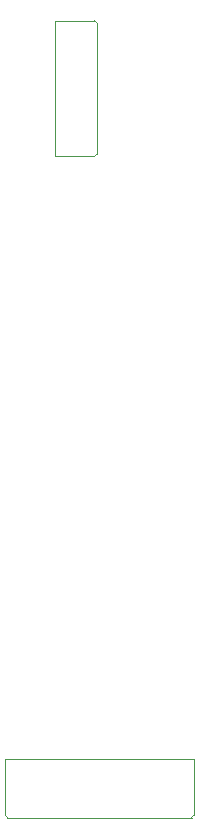
<source format=gbr>
%TF.GenerationSoftware,KiCad,Pcbnew,9.0.0*%
%TF.CreationDate,2025-07-25T21:30:29+02:00*%
%TF.ProjectId,PCK_Flex,50434b5f-466c-4657-982e-6b696361645f,rev?*%
%TF.SameCoordinates,Original*%
%TF.FileFunction,Other,User*%
%FSLAX46Y46*%
G04 Gerber Fmt 4.6, Leading zero omitted, Abs format (unit mm)*
G04 Created by KiCad (PCBNEW 9.0.0) date 2025-07-25 21:30:29*
%MOMM*%
%LPD*%
G01*
G04 APERTURE LIST*
%ADD10C,0.050000*%
G04 APERTURE END LIST*
D10*
%TO.C,J2*%
X145000000Y-116250000D02*
X145000000Y-121050000D01*
X160800000Y-121250000D02*
X145200000Y-121250000D01*
X161000000Y-116250000D02*
X145000000Y-116250000D01*
X161000000Y-116250000D02*
X161000000Y-121050000D01*
X145200000Y-121250000D02*
G75*
G02*
X145000000Y-121050000I0J200000D01*
G01*
X161000000Y-121050000D02*
G75*
G02*
X160800000Y-121250000I-200001J1D01*
G01*
%TO.C,J1*%
X152750000Y-65050000D02*
G75*
G02*
X152550000Y-65250000I-200000J0D01*
G01*
X152550000Y-53750000D02*
G75*
G02*
X152750000Y-53950000I-1J-200001D01*
G01*
X152750000Y-53950000D02*
X152750000Y-65050000D01*
X149250000Y-65250000D02*
X152550000Y-65250000D01*
X149250000Y-53750000D02*
X152550000Y-53750000D01*
X149250000Y-53750000D02*
X149250000Y-65250000D01*
%TD*%
M02*

</source>
